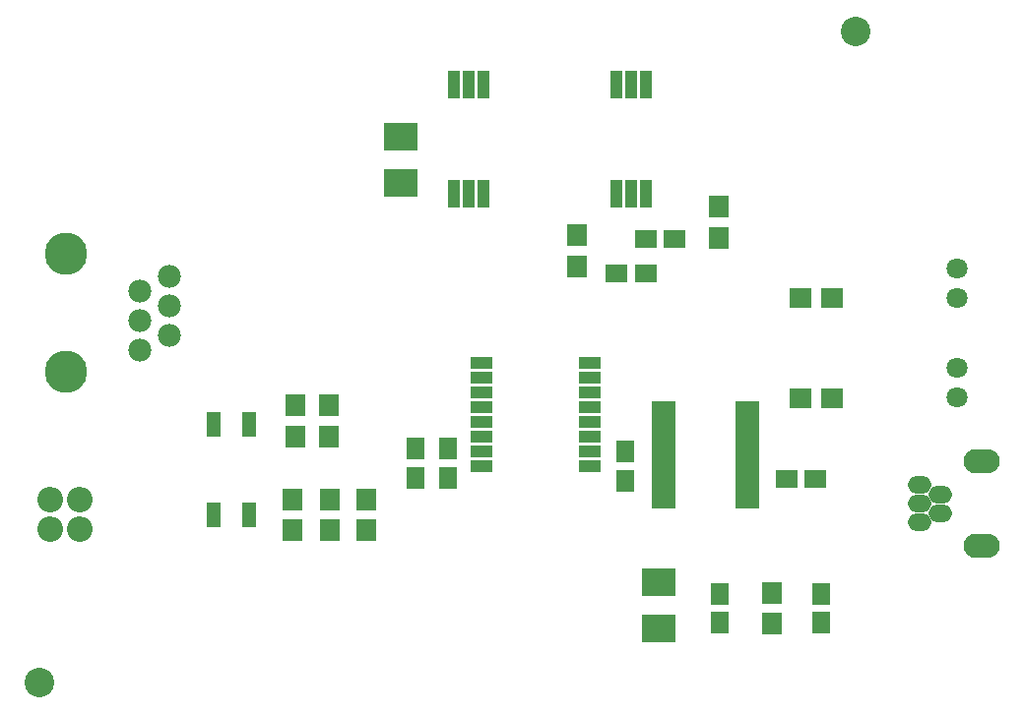
<source format=gbr>
G04 #@! TF.FileFunction,Soldermask,Top*
%FSLAX46Y46*%
G04 Gerber Fmt 4.6, Leading zero omitted, Abs format (unit mm)*
G04 Created by KiCad (PCBNEW no-vcs-found-product) date Thu Sep 29 09:32:32 2016*
%MOMM*%
%LPD*%
G01*
G04 APERTURE LIST*
%ADD10C,0.100000*%
%ADD11R,1.000000X2.400000*%
%ADD12R,1.900000X1.000000*%
%ADD13R,2.150000X0.850000*%
%ADD14R,1.700000X1.900000*%
%ADD15R,1.900000X1.700000*%
%ADD16R,1.900000X1.650000*%
%ADD17R,2.900000X2.400000*%
%ADD18R,1.650000X1.900000*%
%ADD19C,3.650000*%
%ADD20C,1.990000*%
%ADD21O,3.100000X2.100000*%
%ADD22O,2.050000X1.500000*%
%ADD23C,1.800000*%
%ADD24R,1.150000X0.650000*%
%ADD25O,2.200000X2.200000*%
%ADD26C,2.540000*%
G04 APERTURE END LIST*
D10*
D11*
X143845000Y-79850000D03*
X145115000Y-79850000D03*
X146385000Y-79850000D03*
X157815000Y-79850000D03*
X159085000Y-79850000D03*
X160355000Y-79850000D03*
X160355000Y-70450000D03*
X159085000Y-70450000D03*
X157815000Y-70450000D03*
X146385000Y-70450000D03*
X145115000Y-70450000D03*
X143845000Y-70450000D03*
D12*
X155550000Y-103295000D03*
X155550000Y-102025000D03*
X155550000Y-100755000D03*
X155550000Y-99485000D03*
X155550000Y-98215000D03*
X155550000Y-96945000D03*
X155550000Y-95675000D03*
X155550000Y-94405000D03*
X146250000Y-94405000D03*
X146250000Y-95675000D03*
X146250000Y-96945000D03*
X146250000Y-98215000D03*
X146250000Y-99485000D03*
X146250000Y-100755000D03*
X146250000Y-102025000D03*
X146250000Y-103295000D03*
D13*
X161900000Y-98125000D03*
X161900000Y-98775000D03*
X161900000Y-99425000D03*
X161900000Y-100075000D03*
X161900000Y-100725000D03*
X161900000Y-101375000D03*
X161900000Y-102025000D03*
X161900000Y-102675000D03*
X161900000Y-103325000D03*
X161900000Y-103975000D03*
X161900000Y-104625000D03*
X161900000Y-105275000D03*
X161900000Y-105925000D03*
X161900000Y-106575000D03*
X169100000Y-106575000D03*
X169100000Y-105925000D03*
X169100000Y-105275000D03*
X169100000Y-104625000D03*
X169100000Y-103975000D03*
X169100000Y-103325000D03*
X169100000Y-102675000D03*
X169100000Y-102025000D03*
X169100000Y-101375000D03*
X169100000Y-100725000D03*
X169100000Y-100075000D03*
X169100000Y-99425000D03*
X169100000Y-98775000D03*
X169100000Y-98125000D03*
D14*
X166600000Y-83700000D03*
X166600000Y-81000000D03*
X154400000Y-86100000D03*
X154400000Y-83400000D03*
D15*
X173650000Y-88850000D03*
X176350000Y-88850000D03*
X173650000Y-97450000D03*
X176350000Y-97450000D03*
D14*
X171200000Y-116900000D03*
X171200000Y-114200000D03*
D16*
X162850000Y-83750000D03*
X160350000Y-83750000D03*
X157850000Y-86750000D03*
X160350000Y-86750000D03*
D17*
X139300000Y-78950000D03*
X139300000Y-74950000D03*
D18*
X140500000Y-104300000D03*
X140500000Y-101800000D03*
X143300000Y-104300000D03*
X143300000Y-101800000D03*
D16*
X172450000Y-104450000D03*
X174950000Y-104450000D03*
D18*
X158550000Y-104550000D03*
X158550000Y-102050000D03*
X175450000Y-114300000D03*
X175450000Y-116800000D03*
X166700000Y-116800000D03*
X166700000Y-114300000D03*
D17*
X161450000Y-117300000D03*
X161450000Y-113300000D03*
D19*
X110470000Y-85060000D03*
D20*
X119360000Y-86970000D03*
X116820000Y-88240000D03*
X119360000Y-89510000D03*
X116820000Y-90780000D03*
X119360000Y-92050000D03*
X116820000Y-93320000D03*
D19*
X110470000Y-95220000D03*
D21*
X189250000Y-102904000D03*
D22*
X183925000Y-104954000D03*
X183925000Y-106554000D03*
X185675000Y-105754000D03*
X185675000Y-107354000D03*
X183925000Y-108154000D03*
D21*
X189250000Y-110204000D03*
D23*
X187100000Y-86328000D03*
X187100000Y-88868000D03*
X187100000Y-94881000D03*
X187100000Y-97421000D03*
D24*
X126250000Y-98960000D03*
X126250000Y-99460000D03*
X126250000Y-99960000D03*
X126250000Y-100460000D03*
X123150000Y-98960000D03*
X123150000Y-99460000D03*
X123150000Y-100460000D03*
X123150000Y-99960000D03*
X126250000Y-106760000D03*
X126250000Y-107260000D03*
X126250000Y-107760000D03*
X126250000Y-108260000D03*
X123150000Y-106760000D03*
X123150000Y-107260000D03*
X123150000Y-108260000D03*
X123150000Y-107760000D03*
D25*
X109100000Y-108760000D03*
X109100000Y-106220000D03*
X111640000Y-108760000D03*
X111640000Y-106220000D03*
D14*
X136300000Y-108860000D03*
X136300000Y-106160000D03*
X133100000Y-100760000D03*
X133100000Y-98060000D03*
X133200000Y-106160000D03*
X133200000Y-108860000D03*
X130200000Y-98060000D03*
X130200000Y-100760000D03*
X130000000Y-106160000D03*
X130000000Y-108860000D03*
D26*
X178380000Y-65910000D03*
X108180000Y-121920000D03*
M02*

</source>
